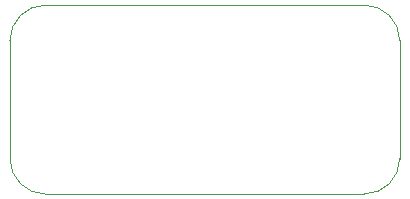
<source format=gbr>
%TF.GenerationSoftware,KiCad,Pcbnew,6.0.8-f2edbf62ab~116~ubuntu22.04.1*%
%TF.CreationDate,2022-11-01T10:45:10+00:00*%
%TF.ProjectId,cleverhand_emg,636c6576-6572-4686-916e-645f656d672e,3.0*%
%TF.SameCoordinates,Original*%
%TF.FileFunction,Profile,NP*%
%FSLAX46Y46*%
G04 Gerber Fmt 4.6, Leading zero omitted, Abs format (unit mm)*
G04 Created by KiCad (PCBNEW 6.0.8-f2edbf62ab~116~ubuntu22.04.1) date 2022-11-01 10:45:10*
%MOMM*%
%LPD*%
G01*
G04 APERTURE LIST*
%TA.AperFunction,Profile*%
%ADD10C,0.038100*%
%TD*%
G04 APERTURE END LIST*
D10*
X141000000Y-106000000D02*
G75*
G03*
X144000000Y-109000000I3000000J0D01*
G01*
X174000000Y-96000000D02*
X174000000Y-106000000D01*
X144000000Y-93000000D02*
X171000000Y-93000000D01*
X144000000Y-93000000D02*
G75*
G03*
X141000000Y-96000000I0J-3000000D01*
G01*
X141000000Y-106000000D02*
X141000000Y-96000000D01*
X171000000Y-109000000D02*
G75*
G03*
X174000000Y-106000000I0J3000000D01*
G01*
X174000000Y-96000000D02*
G75*
G03*
X171000000Y-93000000I-3000000J0D01*
G01*
X171000000Y-109000000D02*
X144000000Y-109000000D01*
M02*

</source>
